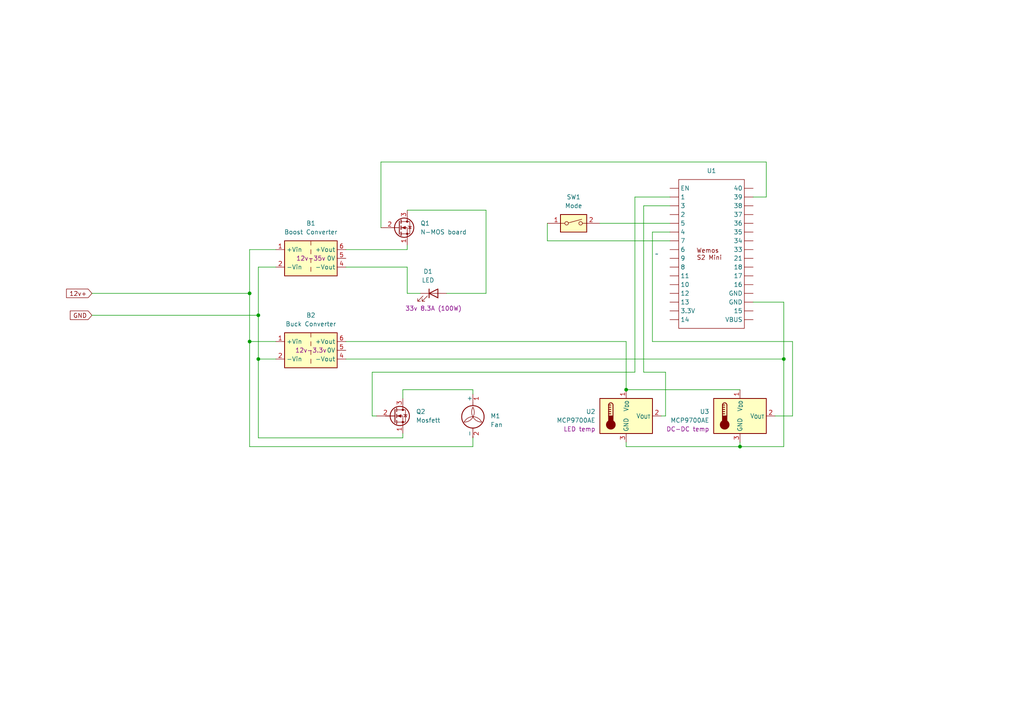
<source format=kicad_sch>
(kicad_sch (version 20230121) (generator eeschema)
  (paper "A4")
  (lib_symbols
    (symbol "Converter_DCDC:IA0305S"
      (property "Reference" "PS" (at -7.62 6.35 0))
      (property "Value" "IA0305S" (at 1.27 6.35 0))
      (symbol "IA0305S_0_0"
        (pin power_in line (at -10.16 2.54 0) (length 2.54) (name "+Vin") (number "1"))
        (pin power_in line (at -10.16 -2.54 0) (length 2.54) (name "-Vin") (number "2"))
        (pin power_out line (at 10.16 -2.54 180) (length 2.54) (name "-Vout") (number "4"))
        (pin power_out line (at 10.16 0 180) (length 2.54) (name "0V") (number "5"))
        (pin power_out line (at 10.16 2.54 180) (length 2.54) (name "+Vout") (number "6"))
      )
      (symbol "IA0305S_0_1"
        (rectangle (start -7.62 5.08) (end 7.62 -5.08) (stroke (width 0.254)) (fill (type background)))
        (polyline (pts (xy 0 -2.54) (xy 0 -3.81)))
        (polyline (pts (xy 0 0) (xy 0 -1.27)))
        (polyline (pts (xy 0 2.54) (xy 0 1.27)))
        (polyline (pts (xy 0 5.08) (xy 0 3.81)))
      )
    )
    (symbol "Device:LED" (pin_numbers hide) (pin_names (offset 1.016) hide)
      (property "Reference" "D" (at 0 2.54 0))
      (property "Value" "LED" (at 0 -2.54 0))
      (symbol "LED_0_1"
        (polyline (pts (xy -1.27 -1.27) (xy -1.27 1.27)) (stroke (width 0.254)))
        (polyline (pts (xy -1.27 0) (xy 1.27 0)))
        (polyline (pts (xy 1.27 -1.27) (xy 1.27 1.27) (xy -1.27 0) (xy 1.27 -1.27)) (stroke (width 0.254)))
        (polyline (pts (xy -3.048 -0.762) (xy -4.572 -2.286) (xy -3.81 -2.286) (xy -4.572 -2.286) (xy -4.572 -1.524)))
        (polyline (pts (xy -1.778 -0.762) (xy -3.302 -2.286) (xy -2.54 -2.286) (xy -3.302 -2.286) (xy -3.302 -1.524)))
      )
      (symbol "LED_1_1"
        (pin passive line (at -3.81 0 0) (length 2.54) (name "K") (number "1"))
        (pin passive line (at 3.81 0 180) (length 2.54) (name "A") (number "2"))
      )
    )
    (symbol "Device:Q_NMOS_SGD" (pin_names (offset 0) hide)
      (property "Reference" "Q" (at 5.08 1.27 0))
      (property "Value" "Q_NMOS_SGD" (at 5.08 -1.27 0))
      (symbol "Q_NMOS_SGD_0_1"
        (polyline (pts (xy 0.254 0) (xy -2.54 0)))
        (polyline (pts (xy 0.254 1.905) (xy 0.254 -1.905)) (stroke (width 0.254)))
        (polyline (pts (xy 0.762 -1.27) (xy 0.762 -2.286)) (stroke (width 0.254)))
        (polyline (pts (xy 0.762 0.508) (xy 0.762 -0.508)) (stroke (width 0.254)))
        (polyline (pts (xy 0.762 2.286) (xy 0.762 1.27)) (stroke (width 0.254)))
        (polyline (pts (xy 2.54 2.54) (xy 2.54 1.778)))
        (polyline (pts (xy 2.54 -2.54) (xy 2.54 0) (xy 0.762 0)))
        (polyline (pts (xy 0.762 -1.778) (xy 3.302 -1.778) (xy 3.302 1.778) (xy 0.762 1.778)))
        (polyline (pts (xy 1.016 0) (xy 2.032 0.381) (xy 2.032 -0.381) (xy 1.016 0)) (fill (type outline)))
        (polyline (pts (xy 2.794 0.508) (xy 2.921 0.381) (xy 3.683 0.381) (xy 3.81 0.254)))
        (polyline (pts (xy 3.302 0.381) (xy 2.921 -0.254) (xy 3.683 -0.254) (xy 3.302 0.381)))
        (circle (center 1.651 0) (radius 2.794) (stroke (width 0.254)))
        (circle (center 2.54 -1.778) (radius 0.254) (fill (type outline)))
        (circle (center 2.54 1.778) (radius 0.254) (fill (type outline)))
      )
      (symbol "Q_NMOS_SGD_1_1"
        (pin passive line (at 2.54 -5.08 90) (length 2.54) (name "S") (number "1"))
        (pin input line (at -5.08 0 0) (length 5.08) (name "G") (number "2"))
        (pin passive line (at 2.54 5.08 270) (length 2.54) (name "D") (number "3"))
      )
    )
    (symbol "Motor:Fan" (pin_names (offset 0))
      (property "Reference" "M" (at 2.54 5.08 0))
      (property "Value" "Fan" (at 2.54 -2.54 0))
      (symbol "Fan_0_1"
        (arc (start -2.54 -0.508) (mid 0.0028 0.9121) (end 0 3.81))
        (polyline (pts (xy 0 -5.08) (xy 0 -4.572)))
        (polyline (pts (xy 0 -2.2352) (xy 0 -2.6416)))
        (polyline (pts (xy 0 4.2672) (xy 0 4.6228)))
        (polyline (pts (xy 0 4.572) (xy 0 5.08)))
        (circle (center 0 1.016) (radius 3.2512) (stroke (width 0.254)))
        (arc (start 0 3.81) (mid 0.053 0.921) (end 2.54 -0.508))
        (arc (start 2.54 -0.508) (mid 0 1.0618) (end -2.54 -0.508))
      )
      (symbol "Fan_1_1"
        (pin passive line (at 0 7.62 270) (length 2.54) (name "+") (number "1"))
        (pin passive line (at 0 -5.08 90) (length 2.54) (name "-") (number "2"))
      )
    )
    (symbol "Sensor_Temperature:MCP9700Ax-ETT"
      (property "Reference" "U" (at -6.35 6.35 0))
      (property "Value" "MCP9700Ax-ETT" (at 1.27 6.35 0))
      (symbol "MCP9700Ax-ETT_0_1"
        (rectangle (start -7.62 5.08) (end 7.62 -5.08) (stroke (width 0.254)) (fill (type background)))
        (circle (center -4.445 -2.54) (radius 1.27) (stroke (width 0.254)) (fill (type outline)))
        (rectangle (start -3.81 -1.905) (end -5.08 0) (stroke (width 0.254)) (fill (type outline)))
        (arc (start -3.81 3.175) (mid -4.445 3.8073) (end -5.08 3.175) (stroke (width 0.254)))
        (polyline (pts (xy -5.08 0.635) (xy -4.445 0.635)) (stroke (width 0.254)))
        (polyline (pts (xy -5.08 1.27) (xy -4.445 1.27)) (stroke (width 0.254)))
        (polyline (pts (xy -5.08 1.905) (xy -4.445 1.905)) (stroke (width 0.254)))
        (polyline (pts (xy -5.08 2.54) (xy -4.445 2.54)) (stroke (width 0.254)))
        (polyline (pts (xy -5.08 3.175) (xy -5.08 0)) (stroke (width 0.254)))
        (polyline (pts (xy -5.08 3.175) (xy -4.445 3.175)) (stroke (width 0.254)))
        (polyline (pts (xy -3.81 3.175) (xy -3.81 0)) (stroke (width 0.254)))
      )
      (symbol "MCP9700Ax-ETT_1_1"
        (pin power_in line (at 0 7.62 270) (length 2.54) (name "V_{DD}") (number "1"))
        (pin output line (at 10.16 0 180) (length 2.54) (name "V_{OUT}") (number "2"))
        (pin power_in line (at 0 -7.62 90) (length 2.54) (name "GND") (number "3"))
      )
    )
    (symbol "Switch:SW_DIP_x01" (pin_names (offset 0) hide)
      (property "Reference" "SW" (at 0 3.81 0))
      (property "Value" "SW_DIP_x01" (at 0 -3.81 0))
      (symbol "SW_DIP_x01_0_0"
        (circle (center -2.032 0) (radius 0.508))
        (polyline (pts (xy -1.524 0.127) (xy 2.3622 1.1684)))
        (circle (center 2.032 0) (radius 0.508))
      )
      (symbol "SW_DIP_x01_0_1"
        (rectangle (start -3.81 2.54) (end 3.81 -2.54) (stroke (width 0.254)) (fill (type background)))
      )
      (symbol "SW_DIP_x01_1_1"
        (pin passive line (at -7.62 0 0) (length 5.08) (name "~") (number "1"))
        (pin passive line (at 7.62 0 180) (length 5.08) (name "~") (number "2"))
      )
    )
    (symbol "bgh:Wemos_S2_Mini"
      (property "Reference" "U" (at 0 24.13 0))
      (symbol "Wemos_S2_Mini_0_1"
        (rectangle (start -8.89 21.59) (end 10.16 -21.59))
      )
      (symbol "Wemos_S2_Mini_1_1"
        (text "Wemos \nS2 Mini" (at 0 0 0) (effects (font (size 1.27 1.27))))
        (pin input line (at -11.43 16.51 0) (length 2.54) (name "1") (number ""))
        (pin input line (at -11.43 -8.89 0) (length 2.54) (name "10") (number ""))
        (pin input line (at -11.43 -6.35 0) (length 2.54) (name "11") (number ""))
        (pin input line (at -11.43 -11.43 0) (length 2.54) (name "12") (number ""))
        (pin input line (at -11.43 -13.97 0) (length 2.54) (name "13") (number ""))
        (pin input line (at -11.43 -19.05 0) (length 2.54) (name "14") (number ""))
        (pin input line (at 12.7 -16.51 180) (length 2.54) (name "15") (number ""))
        (pin input line (at 12.7 -8.89 180) (length 2.54) (name "16") (number ""))
        (pin input line (at 12.7 -6.35 180) (length 2.54) (name "17") (number ""))
        (pin input line (at 12.7 -3.81 180) (length 2.54) (name "18") (number ""))
        (pin input line (at -11.43 11.43 0) (length 2.54) (name "2") (number ""))
        (pin input line (at 12.7 -1.27 180) (length 2.54) (name "21") (number ""))
        (pin input line (at -11.43 13.97 0) (length 2.54) (name "3") (number ""))
        (pin input line (at -11.43 -16.51 0) (length 2.54) (name "3.3V") (number ""))
        (pin input line (at 12.7 1.27 180) (length 2.54) (name "33") (number ""))
        (pin input line (at 12.7 3.81 180) (length 2.54) (name "34") (number ""))
        (pin input line (at 12.7 6.35 180) (length 2.54) (name "35") (number ""))
        (pin input line (at 12.7 8.89 180) (length 2.54) (name "36") (number ""))
        (pin input line (at 12.7 11.43 180) (length 2.54) (name "37") (number ""))
        (pin input line (at 12.7 13.97 180) (length 2.54) (name "38") (number ""))
        (pin input line (at 12.7 16.51 180) (length 2.54) (name "39") (number ""))
        (pin input line (at -11.43 6.35 0) (length 2.54) (name "4") (number ""))
        (pin input line (at 12.7 19.05 180) (length 2.54) (name "40") (number ""))
        (pin input line (at -11.43 8.89 0) (length 2.54) (name "5") (number ""))
        (pin input line (at -11.43 1.27 0) (length 2.54) (name "6") (number ""))
        (pin input line (at -11.43 3.81 0) (length 2.54) (name "7") (number ""))
        (pin input line (at -11.43 -3.81 0) (length 2.54) (name "8") (number ""))
        (pin input line (at -11.43 -1.27 0) (length 2.54) (name "9") (number ""))
        (pin input line (at -11.43 19.05 0) (length 2.54) (name "EN") (number ""))
        (pin input line (at 12.7 -13.97 180) (length 2.54) (name "GND") (number ""))
        (pin input line (at 12.7 -11.43 180) (length 2.54) (name "GND") (number ""))
        (pin input line (at 12.7 -19.05 180) (length 2.54) (name "VBUS") (number ""))
      )
    )
  )
  (junction (at 227.33 104.14))
  (junction (at 181.61 113.03))
  (junction (at 72.39 85.09))
  (junction (at 72.39 99.06))
  (junction (at 74.93 91.44))
  (junction (at 74.93 104.14))
  (junction (at 214.63 129.54))
  (wire (pts (xy 137.16 129.54) (xy 72.39 129.54)))
  (wire (pts (xy 80.01 99.06) (xy 72.39 99.06)))
  (wire (pts (xy 222.25 46.99) (xy 222.25 57.15)))
  (wire (pts (xy 72.39 85.09) (xy 72.39 72.39)))
  (wire (pts (xy 184.15 57.15) (xy 184.15 107.95)))
  (wire (pts (xy 227.33 87.63) (xy 227.33 104.14)))
  (wire (pts (xy 26.67 85.09) (xy 72.39 85.09)))
  (wire (pts (xy 118.11 85.09) (xy 121.92 85.09)))
  (wire (pts (xy 193.04 120.65) (xy 193.04 107.95)))
  (wire (pts (xy 140.97 60.96) (xy 140.97 85.09)))
  (wire (pts (xy 137.16 113.03) (xy 137.16 114.3)))
  (wire (pts (xy 194.31 67.31) (xy 189.23 67.31)))
  (wire (pts (xy 229.87 120.65) (xy 229.87 99.06)))
  (wire (pts (xy 173.99 64.77) (xy 194.31 64.77)))
  (wire (pts (xy 218.44 87.63) (xy 227.33 87.63)))
  (wire (pts (xy 181.61 113.03) (xy 214.63 113.03)))
  (wire (pts (xy 118.11 85.09) (xy 118.11 77.47)))
  (wire (pts (xy 193.04 107.95) (xy 186.69 107.95)))
  (wire (pts (xy 116.84 113.03) (xy 137.16 113.03)))
  (wire (pts (xy 214.63 129.54) (xy 227.33 129.54)))
  (wire (pts (xy 116.84 125.73) (xy 116.84 127)))
  (wire (pts (xy 227.33 129.54) (xy 227.33 104.14)))
  (wire (pts (xy 214.63 129.54) (xy 214.63 128.27)))
  (wire (pts (xy 74.93 104.14) (xy 74.93 91.44)))
  (wire (pts (xy 140.97 60.96) (xy 118.11 60.96)))
  (wire (pts (xy 72.39 85.09) (xy 72.39 99.06)))
  (wire (pts (xy 194.31 69.85) (xy 158.75 69.85)))
  (wire (pts (xy 184.15 107.95) (xy 107.95 107.95)))
  (wire (pts (xy 189.23 99.06) (xy 229.87 99.06)))
  (wire (pts (xy 186.69 59.69) (xy 194.31 59.69)))
  (wire (pts (xy 181.61 99.06) (xy 181.61 113.03)))
  (wire (pts (xy 224.79 120.65) (xy 229.87 120.65)))
  (wire (pts (xy 72.39 72.39) (xy 80.01 72.39)))
  (wire (pts (xy 181.61 99.06) (xy 100.33 99.06)))
  (wire (pts (xy 74.93 127) (xy 74.93 104.14)))
  (wire (pts (xy 191.77 120.65) (xy 193.04 120.65)))
  (wire (pts (xy 80.01 104.14) (xy 74.93 104.14)))
  (wire (pts (xy 116.84 127) (xy 74.93 127)))
  (wire (pts (xy 116.84 115.57) (xy 116.84 113.03)))
  (wire (pts (xy 222.25 57.15) (xy 218.44 57.15)))
  (wire (pts (xy 118.11 72.39) (xy 100.33 72.39)))
  (wire (pts (xy 107.95 107.95) (xy 107.95 120.65)))
  (wire (pts (xy 181.61 129.54) (xy 214.63 129.54)))
  (wire (pts (xy 140.97 85.09) (xy 129.54 85.09)))
  (wire (pts (xy 110.49 66.04) (xy 110.49 46.99)))
  (wire (pts (xy 137.16 127) (xy 137.16 129.54)))
  (wire (pts (xy 118.11 71.12) (xy 118.11 72.39)))
  (wire (pts (xy 184.15 57.15) (xy 194.31 57.15)))
  (wire (pts (xy 26.67 91.44) (xy 74.93 91.44)))
  (wire (pts (xy 189.23 67.31) (xy 189.23 99.06)))
  (wire (pts (xy 100.33 104.14) (xy 227.33 104.14)))
  (wire (pts (xy 107.95 120.65) (xy 109.22 120.65)))
  (wire (pts (xy 181.61 129.54) (xy 181.61 128.27)))
  (wire (pts (xy 158.75 64.77) (xy 158.75 69.85)))
  (wire (pts (xy 118.11 77.47) (xy 100.33 77.47)))
  (wire (pts (xy 186.69 107.95) (xy 186.69 59.69)))
  (wire (pts (xy 74.93 77.47) (xy 80.01 77.47)))
  (wire (pts (xy 72.39 129.54) (xy 72.39 99.06)))
  (wire (pts (xy 74.93 91.44) (xy 74.93 77.47)))
  (wire (pts (xy 110.49 46.99) (xy 222.25 46.99)))
  (global_label "GND" (shape input) (at 26.67 91.44 180) (property "Intersheetrefs" "${INTERSHEET_REFS}" (effects hide)))
  (global_label "12v+" (shape input) (at 26.67 85.09 180) (property "Intersheetrefs" "${INTERSHEET_REFS}" (effects hide)))
  (symbol (lib_id "Device:Q_NMOS_SGD") (at 115.57 66.04 0) (unit 1)
    (property "Reference" "Q1" (at 121.92 64.77 0) (effects (justify left)))
    (property "Value" "N-MOS board" (at 121.92 67.31 0) (effects (justify left)))
  )
  (symbol (lib_id "Device:Q_NMOS_SGD") (at 114.3 120.65 0) (unit 1)
    (property "Reference" "Q2" (at 120.65 119.38 0) (effects (justify left)))
    (property "Value" "Mosfett" (at 120.65 121.92 0) (effects (justify left)))
  )
  (symbol (lib_id "Motor:Fan") (at 137.16 121.92 0) (unit 1)
    (property "Reference" "M1" (at 142.24 120.65 0) (effects (justify left)))
    (property "Value" "Fan" (at 142.24 123.19 0) (effects (justify left)))
  )
  (symbol (lib_id "Switch:SW_DIP_x01") (at 166.37 64.77 0) (unit 1)
    (property "Reference" "SW1" (at 166.37 57.15 0))
    (property "Value" "Mode" (at 166.37 59.69 0))
  )
  (symbol (lib_id "bgh:Wemos_S2_Mini") (at 205.74 73.66 0) (unit 1)
    (property "Reference" "U1" (at 206.375 49.53 0))
    (property "Value" "~" (at 190.5 73.66 0))
  )
  (symbol (lib_id "Device:LED") (at 125.73 85.09 0) (unit 1)
    (property "Reference" "D1" (at 124.1425 78.74 0))
    (property "Value" "LED" (at 124.1425 81.28 0))
    (property "Configuration" "33v 8.3A (100W)" (at 125.73 90.17 0) (effects (justify bottom)))
  )
  (symbol (lib_id "Sensor_Temperature:MCP9700Ax-ETT") (at 181.61 120.65 0) (unit 1)
    (property "Reference" "U2" (at 172.72 119.38 0) (effects (justify right)))
    (property "Value" "MCP9700AE" (at 172.72 121.92 0) (effects (justify right)))
    (property "Footprint" "Package_TO_SOT_SMD:SOT-23" (effects hide))
    (property "Datasheet" "http://ww1.microchip.com/downloads/en/devicedoc/20001942g.pdf" (effects hide))
    (property "Configuration" "LED temp" (at 172.72 124.46 0) (effects (justify right)))
  )
  (symbol (lib_id "Converter_DCDC:IA0305S") (at 90.17 101.6 0) (unit 1)
    (property "Reference" "B2" (at 90.17 91.44 0))
    (property "Value" "Buck Converter" (at 90.17 93.98 0))
    (property "Footprint" "Converter_DCDC:Converter_DCDC_XP_POWER-IAxxxxS_THT" (effects hide))
    (property "Datasheet" "https://www.xppower.com/pdfs/SF_IA.pdf" (effects hide))
    (property "Configuration" "12v-3.3v" (at 90.17 101.6 0))
  )
  (symbol (lib_id "Sensor_Temperature:MCP9700Ax-ETT") (at 214.63 120.65 0) (unit 1)
    (property "Reference" "U3" (at 205.74 119.38 0) (effects (justify right)))
    (property "Value" "MCP9700AE" (at 205.74 121.92 0) (effects (justify right)))
    (property "Footprint" "Package_TO_SOT_SMD:SOT-23" (effects hide))
    (property "Datasheet" "http://ww1.microchip.com/downloads/en/devicedoc/20001942g.pdf" (effects hide))
    (property "Configuration" "DC-DC temp" (at 205.74 124.46 0) (effects (justify right)))
  )
  (symbol (lib_id "Converter_DCDC:IA0305S") (at 90.17 74.93 0) (unit 1)
    (property "Reference" "B1" (at 90.17 64.77 0))
    (property "Value" "Boost Converter" (at 90.17 67.31 0))
    (property "Footprint" "Converter_DCDC:Converter_DCDC_XP_POWER-IAxxxxS_THT" (effects hide))
    (property "Datasheet" "https://www.xppower.com/pdfs/SF_IA.pdf" (effects hide))
    (property "Configuration" "12v-35v" (at 90.17 74.93 0))
  )
)
</source>
